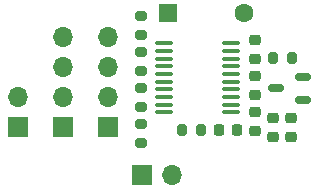
<source format=gbr>
%TF.GenerationSoftware,KiCad,Pcbnew,7.0.10*%
%TF.CreationDate,2025-02-23T01:37:13-06:00*%
%TF.ProjectId,Portal_Radio,506f7274-616c-45f5-9261-64696f2e6b69,rev?*%
%TF.SameCoordinates,Original*%
%TF.FileFunction,Soldermask,Bot*%
%TF.FilePolarity,Negative*%
%FSLAX46Y46*%
G04 Gerber Fmt 4.6, Leading zero omitted, Abs format (unit mm)*
G04 Created by KiCad (PCBNEW 7.0.10) date 2025-02-23 01:37:13*
%MOMM*%
%LPD*%
G01*
G04 APERTURE LIST*
G04 Aperture macros list*
%AMRoundRect*
0 Rectangle with rounded corners*
0 $1 Rounding radius*
0 $2 $3 $4 $5 $6 $7 $8 $9 X,Y pos of 4 corners*
0 Add a 4 corners polygon primitive as box body*
4,1,4,$2,$3,$4,$5,$6,$7,$8,$9,$2,$3,0*
0 Add four circle primitives for the rounded corners*
1,1,$1+$1,$2,$3*
1,1,$1+$1,$4,$5*
1,1,$1+$1,$6,$7*
1,1,$1+$1,$8,$9*
0 Add four rect primitives between the rounded corners*
20,1,$1+$1,$2,$3,$4,$5,0*
20,1,$1+$1,$4,$5,$6,$7,0*
20,1,$1+$1,$6,$7,$8,$9,0*
20,1,$1+$1,$8,$9,$2,$3,0*%
G04 Aperture macros list end*
%ADD10R,1.700000X1.700000*%
%ADD11O,1.700000X1.700000*%
%ADD12R,1.600000X1.600000*%
%ADD13C,1.600000*%
%ADD14RoundRect,0.150000X0.512500X0.150000X-0.512500X0.150000X-0.512500X-0.150000X0.512500X-0.150000X0*%
%ADD15RoundRect,0.225000X-0.250000X0.225000X-0.250000X-0.225000X0.250000X-0.225000X0.250000X0.225000X0*%
%ADD16RoundRect,0.200000X0.200000X0.275000X-0.200000X0.275000X-0.200000X-0.275000X0.200000X-0.275000X0*%
%ADD17RoundRect,0.200000X-0.275000X0.200000X-0.275000X-0.200000X0.275000X-0.200000X0.275000X0.200000X0*%
%ADD18RoundRect,0.225000X0.250000X-0.225000X0.250000X0.225000X-0.250000X0.225000X-0.250000X-0.225000X0*%
%ADD19RoundRect,0.200000X-0.200000X-0.275000X0.200000X-0.275000X0.200000X0.275000X-0.200000X0.275000X0*%
%ADD20RoundRect,0.225000X0.225000X0.250000X-0.225000X0.250000X-0.225000X-0.250000X0.225000X-0.250000X0*%
%ADD21RoundRect,0.200000X0.275000X-0.200000X0.275000X0.200000X-0.275000X0.200000X-0.275000X-0.200000X0*%
%ADD22RoundRect,0.218750X0.256250X-0.218750X0.256250X0.218750X-0.256250X0.218750X-0.256250X-0.218750X0*%
%ADD23RoundRect,0.100000X0.637500X0.100000X-0.637500X0.100000X-0.637500X-0.100000X0.637500X-0.100000X0*%
G04 APERTURE END LIST*
D10*
%TO.C,J3*%
X125730000Y-90932000D03*
D11*
X125730000Y-88392000D03*
%TD*%
D10*
%TO.C,J1*%
X129540000Y-90927000D03*
D11*
X129540000Y-88387000D03*
X129540000Y-85847000D03*
X129540000Y-83307000D03*
%TD*%
D10*
%TO.C,J4*%
X136266000Y-94996000D03*
D11*
X138806000Y-94996000D03*
%TD*%
D10*
%TO.C,J2*%
X133350000Y-90927000D03*
D11*
X133350000Y-88387000D03*
X133350000Y-85847000D03*
X133350000Y-83307000D03*
%TD*%
D12*
%TO.C,BZ1*%
X138430000Y-81280000D03*
D13*
X144930000Y-81280000D03*
%TD*%
D14*
%TO.C,U2*%
X149912000Y-86680000D03*
X149912000Y-88580000D03*
X147637000Y-87630000D03*
%TD*%
D15*
%TO.C,C5*%
X145859000Y-89649000D03*
X145859000Y-91199000D03*
%TD*%
D16*
%TO.C,R1*%
X148970000Y-85090000D03*
X147320000Y-85090000D03*
%TD*%
D17*
%TO.C,R3*%
X136144000Y-90615000D03*
X136144000Y-92265000D03*
%TD*%
%TO.C,R4*%
X136144000Y-87567000D03*
X136144000Y-89217000D03*
%TD*%
D18*
%TO.C,C1*%
X145859000Y-85116000D03*
X145859000Y-83566000D03*
%TD*%
%TO.C,C4*%
X147383000Y-90157000D03*
X147383000Y-91707000D03*
%TD*%
D19*
%TO.C,R2*%
X139637000Y-91186000D03*
X141287000Y-91186000D03*
%TD*%
D20*
%TO.C,C3*%
X144335000Y-91186000D03*
X142785000Y-91186000D03*
%TD*%
D21*
%TO.C,R6*%
X136144000Y-83121000D03*
X136144000Y-81471000D03*
%TD*%
D22*
%TO.C,L1*%
X148844000Y-90144500D03*
X148844000Y-91719500D03*
%TD*%
D23*
%TO.C,U1*%
X143827000Y-83816000D03*
X143827000Y-84466000D03*
X143827000Y-85116000D03*
X143827000Y-85766000D03*
X143827000Y-86416000D03*
X143827000Y-87066000D03*
X143827000Y-87716000D03*
X143827000Y-88366000D03*
X143827000Y-89016000D03*
X143827000Y-89666000D03*
X138102000Y-89666000D03*
X138102000Y-89016000D03*
X138102000Y-88366000D03*
X138102000Y-87716000D03*
X138102000Y-87066000D03*
X138102000Y-86416000D03*
X138102000Y-85766000D03*
X138102000Y-85116000D03*
X138102000Y-84466000D03*
X138102000Y-83816000D03*
%TD*%
D21*
%TO.C,R5*%
X136144000Y-86169000D03*
X136144000Y-84519000D03*
%TD*%
D18*
%TO.C,C2*%
X145859000Y-88151000D03*
X145859000Y-86601000D03*
%TD*%
M02*

</source>
